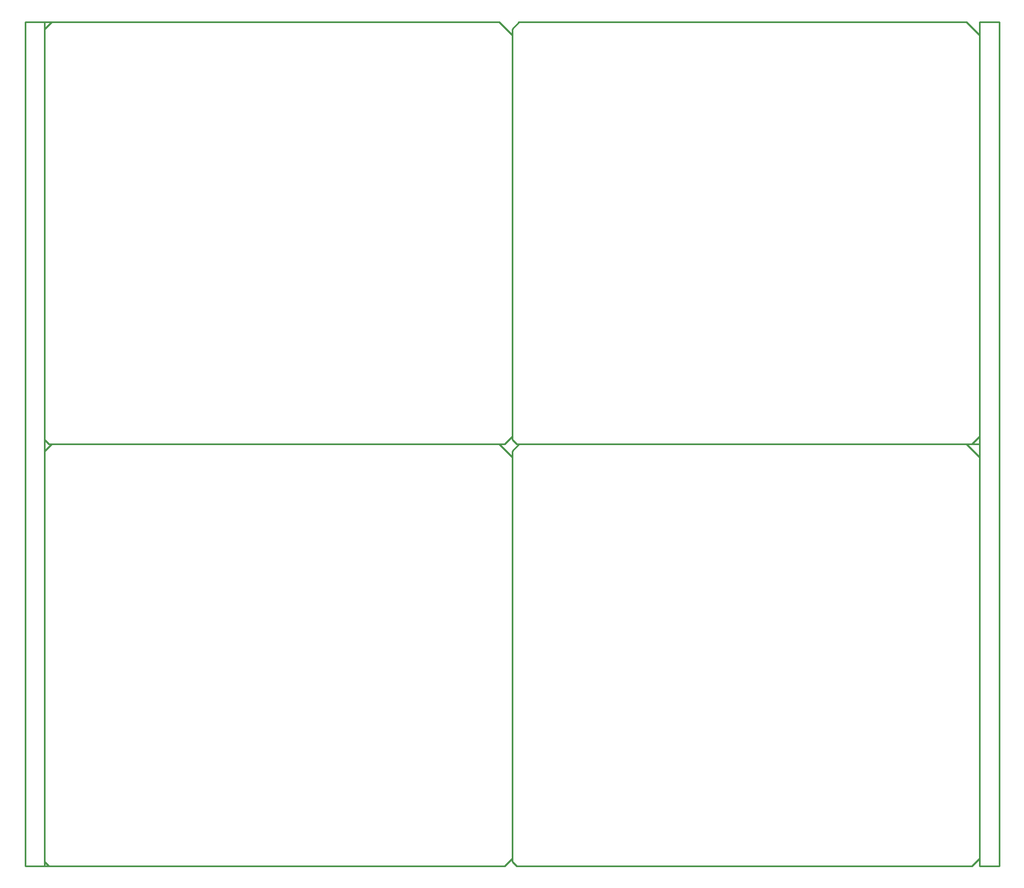
<source format=gko>
G04 Layer_Color=16711935*
%FSLAX25Y25*%
%MOIN*%
G70*
G01*
G75*
%ADD29C,0.01000*%
D29*
X283800Y2700D02*
Y4600D01*
Y504700D02*
Y508400D01*
X579411Y0D02*
Y512600D01*
X-11811Y0D02*
Y512600D01*
X0D01*
X567600D02*
X579411D01*
X567600Y0D02*
X579411D01*
X-11811D02*
X0D01*
X279200Y256300D02*
X283800Y260900D01*
Y504700D01*
X275900Y512600D02*
X283800Y504700D01*
X4200Y512600D02*
X275900D01*
X0Y508400D02*
X4200Y512600D01*
X0Y506900D02*
Y508400D01*
Y259000D02*
Y508400D01*
Y259000D02*
X2700Y256300D01*
X279200D01*
X0D02*
Y259000D01*
Y508000D02*
Y512600D01*
X4200D01*
X563000Y256300D02*
X567600Y260900D01*
Y504700D01*
X559700Y512600D02*
X567600Y504700D01*
X288000Y512600D02*
X559700D01*
X283800Y508400D02*
X288000Y512600D01*
X283800Y506900D02*
Y508400D01*
Y259000D02*
Y508400D01*
Y259000D02*
X286500Y256300D01*
X563000D01*
X567600Y504700D02*
Y512600D01*
X563000Y256300D02*
X567600D01*
Y256400D02*
Y260900D01*
X567500Y256300D02*
X567600Y256400D01*
X563000Y0D02*
X567600Y4600D01*
Y248400D01*
X559700Y256300D02*
X567600Y248400D01*
X288000Y256300D02*
X559700D01*
X283800Y252100D02*
X288000Y256300D01*
X283800Y250600D02*
Y252100D01*
Y2700D02*
Y252100D01*
Y2700D02*
X286500Y0D01*
X563000D01*
X559700Y256300D02*
X567600D01*
Y248400D02*
Y256300D01*
Y100D02*
Y4600D01*
X0Y251700D02*
Y256300D01*
Y100D02*
X100Y0D01*
X2700D01*
X0D02*
Y2700D01*
X2700Y0D02*
X279200D01*
X0Y2700D02*
X2700Y0D01*
X0Y2700D02*
Y252100D01*
Y250600D02*
Y252100D01*
X4200Y256300D01*
X275900D01*
X283800Y248400D01*
Y4600D02*
Y248400D01*
X279200Y0D02*
X283800Y4600D01*
M02*

</source>
